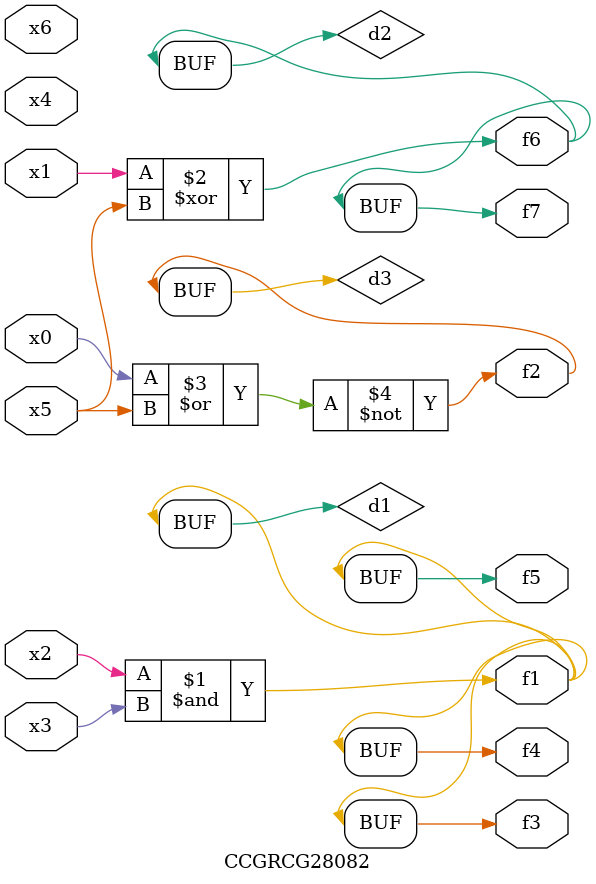
<source format=v>
module CCGRCG28082(
	input x0, x1, x2, x3, x4, x5, x6,
	output f1, f2, f3, f4, f5, f6, f7
);

	wire d1, d2, d3;

	and (d1, x2, x3);
	xor (d2, x1, x5);
	nor (d3, x0, x5);
	assign f1 = d1;
	assign f2 = d3;
	assign f3 = d1;
	assign f4 = d1;
	assign f5 = d1;
	assign f6 = d2;
	assign f7 = d2;
endmodule

</source>
